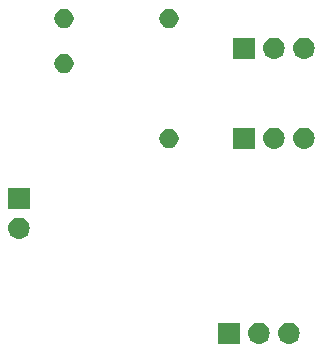
<source format=gbr>
G04 #@! TF.GenerationSoftware,KiCad,Pcbnew,(5.1.2)-2*
G04 #@! TF.CreationDate,2019-07-31T13:01:32-07:00*
G04 #@! TF.ProjectId,ER Valve Board,45522056-616c-4766-9520-426f6172642e,rev?*
G04 #@! TF.SameCoordinates,Original*
G04 #@! TF.FileFunction,Soldermask,Bot*
G04 #@! TF.FilePolarity,Negative*
%FSLAX46Y46*%
G04 Gerber Fmt 4.6, Leading zero omitted, Abs format (unit mm)*
G04 Created by KiCad (PCBNEW (5.1.2)-2) date 2019-07-31 13:01:32*
%MOMM*%
%LPD*%
G04 APERTURE LIST*
%ADD10C,0.100000*%
G04 APERTURE END LIST*
D10*
G36*
X132190443Y-113405519D02*
G01*
X132256627Y-113412037D01*
X132426466Y-113463557D01*
X132582991Y-113547222D01*
X132618729Y-113576552D01*
X132720186Y-113659814D01*
X132803448Y-113761271D01*
X132832778Y-113797009D01*
X132916443Y-113953534D01*
X132967963Y-114123373D01*
X132985359Y-114300000D01*
X132967963Y-114476627D01*
X132916443Y-114646466D01*
X132832778Y-114802991D01*
X132803448Y-114838729D01*
X132720186Y-114940186D01*
X132618729Y-115023448D01*
X132582991Y-115052778D01*
X132426466Y-115136443D01*
X132256627Y-115187963D01*
X132190442Y-115194482D01*
X132124260Y-115201000D01*
X132035740Y-115201000D01*
X131969558Y-115194482D01*
X131903373Y-115187963D01*
X131733534Y-115136443D01*
X131577009Y-115052778D01*
X131541271Y-115023448D01*
X131439814Y-114940186D01*
X131356552Y-114838729D01*
X131327222Y-114802991D01*
X131243557Y-114646466D01*
X131192037Y-114476627D01*
X131174641Y-114300000D01*
X131192037Y-114123373D01*
X131243557Y-113953534D01*
X131327222Y-113797009D01*
X131356552Y-113761271D01*
X131439814Y-113659814D01*
X131541271Y-113576552D01*
X131577009Y-113547222D01*
X131733534Y-113463557D01*
X131903373Y-113412037D01*
X131969557Y-113405519D01*
X132035740Y-113399000D01*
X132124260Y-113399000D01*
X132190443Y-113405519D01*
X132190443Y-113405519D01*
G37*
G36*
X130441000Y-115201000D02*
G01*
X128639000Y-115201000D01*
X128639000Y-113399000D01*
X130441000Y-113399000D01*
X130441000Y-115201000D01*
X130441000Y-115201000D01*
G37*
G36*
X134730443Y-113405519D02*
G01*
X134796627Y-113412037D01*
X134966466Y-113463557D01*
X135122991Y-113547222D01*
X135158729Y-113576552D01*
X135260186Y-113659814D01*
X135343448Y-113761271D01*
X135372778Y-113797009D01*
X135456443Y-113953534D01*
X135507963Y-114123373D01*
X135525359Y-114300000D01*
X135507963Y-114476627D01*
X135456443Y-114646466D01*
X135372778Y-114802991D01*
X135343448Y-114838729D01*
X135260186Y-114940186D01*
X135158729Y-115023448D01*
X135122991Y-115052778D01*
X134966466Y-115136443D01*
X134796627Y-115187963D01*
X134730442Y-115194482D01*
X134664260Y-115201000D01*
X134575740Y-115201000D01*
X134509558Y-115194482D01*
X134443373Y-115187963D01*
X134273534Y-115136443D01*
X134117009Y-115052778D01*
X134081271Y-115023448D01*
X133979814Y-114940186D01*
X133896552Y-114838729D01*
X133867222Y-114802991D01*
X133783557Y-114646466D01*
X133732037Y-114476627D01*
X133714641Y-114300000D01*
X133732037Y-114123373D01*
X133783557Y-113953534D01*
X133867222Y-113797009D01*
X133896552Y-113761271D01*
X133979814Y-113659814D01*
X134081271Y-113576552D01*
X134117009Y-113547222D01*
X134273534Y-113463557D01*
X134443373Y-113412037D01*
X134509557Y-113405519D01*
X134575740Y-113399000D01*
X134664260Y-113399000D01*
X134730443Y-113405519D01*
X134730443Y-113405519D01*
G37*
G36*
X111870443Y-104515519D02*
G01*
X111936627Y-104522037D01*
X112106466Y-104573557D01*
X112262991Y-104657222D01*
X112298729Y-104686552D01*
X112400186Y-104769814D01*
X112483448Y-104871271D01*
X112512778Y-104907009D01*
X112596443Y-105063534D01*
X112647963Y-105233373D01*
X112665359Y-105410000D01*
X112647963Y-105586627D01*
X112596443Y-105756466D01*
X112512778Y-105912991D01*
X112483448Y-105948729D01*
X112400186Y-106050186D01*
X112298729Y-106133448D01*
X112262991Y-106162778D01*
X112106466Y-106246443D01*
X111936627Y-106297963D01*
X111870442Y-106304482D01*
X111804260Y-106311000D01*
X111715740Y-106311000D01*
X111649558Y-106304482D01*
X111583373Y-106297963D01*
X111413534Y-106246443D01*
X111257009Y-106162778D01*
X111221271Y-106133448D01*
X111119814Y-106050186D01*
X111036552Y-105948729D01*
X111007222Y-105912991D01*
X110923557Y-105756466D01*
X110872037Y-105586627D01*
X110854641Y-105410000D01*
X110872037Y-105233373D01*
X110923557Y-105063534D01*
X111007222Y-104907009D01*
X111036552Y-104871271D01*
X111119814Y-104769814D01*
X111221271Y-104686552D01*
X111257009Y-104657222D01*
X111413534Y-104573557D01*
X111583373Y-104522037D01*
X111649557Y-104515519D01*
X111715740Y-104509000D01*
X111804260Y-104509000D01*
X111870443Y-104515519D01*
X111870443Y-104515519D01*
G37*
G36*
X112661000Y-103771000D02*
G01*
X110859000Y-103771000D01*
X110859000Y-101969000D01*
X112661000Y-101969000D01*
X112661000Y-103771000D01*
X112661000Y-103771000D01*
G37*
G36*
X136000442Y-96895518D02*
G01*
X136066627Y-96902037D01*
X136236466Y-96953557D01*
X136392991Y-97037222D01*
X136428729Y-97066552D01*
X136530186Y-97149814D01*
X136613448Y-97251271D01*
X136642778Y-97287009D01*
X136726443Y-97443534D01*
X136777963Y-97613373D01*
X136795359Y-97790000D01*
X136777963Y-97966627D01*
X136726443Y-98136466D01*
X136642778Y-98292991D01*
X136630251Y-98308255D01*
X136530186Y-98430186D01*
X136432357Y-98510471D01*
X136392991Y-98542778D01*
X136236466Y-98626443D01*
X136066627Y-98677963D01*
X136000442Y-98684482D01*
X135934260Y-98691000D01*
X135845740Y-98691000D01*
X135779558Y-98684482D01*
X135713373Y-98677963D01*
X135543534Y-98626443D01*
X135387009Y-98542778D01*
X135347643Y-98510471D01*
X135249814Y-98430186D01*
X135149749Y-98308255D01*
X135137222Y-98292991D01*
X135053557Y-98136466D01*
X135002037Y-97966627D01*
X134984641Y-97790000D01*
X135002037Y-97613373D01*
X135053557Y-97443534D01*
X135137222Y-97287009D01*
X135166552Y-97251271D01*
X135249814Y-97149814D01*
X135351271Y-97066552D01*
X135387009Y-97037222D01*
X135543534Y-96953557D01*
X135713373Y-96902037D01*
X135779558Y-96895518D01*
X135845740Y-96889000D01*
X135934260Y-96889000D01*
X136000442Y-96895518D01*
X136000442Y-96895518D01*
G37*
G36*
X133460442Y-96895518D02*
G01*
X133526627Y-96902037D01*
X133696466Y-96953557D01*
X133852991Y-97037222D01*
X133888729Y-97066552D01*
X133990186Y-97149814D01*
X134073448Y-97251271D01*
X134102778Y-97287009D01*
X134186443Y-97443534D01*
X134237963Y-97613373D01*
X134255359Y-97790000D01*
X134237963Y-97966627D01*
X134186443Y-98136466D01*
X134102778Y-98292991D01*
X134090251Y-98308255D01*
X133990186Y-98430186D01*
X133892357Y-98510471D01*
X133852991Y-98542778D01*
X133696466Y-98626443D01*
X133526627Y-98677963D01*
X133460442Y-98684482D01*
X133394260Y-98691000D01*
X133305740Y-98691000D01*
X133239558Y-98684482D01*
X133173373Y-98677963D01*
X133003534Y-98626443D01*
X132847009Y-98542778D01*
X132807643Y-98510471D01*
X132709814Y-98430186D01*
X132609749Y-98308255D01*
X132597222Y-98292991D01*
X132513557Y-98136466D01*
X132462037Y-97966627D01*
X132444641Y-97790000D01*
X132462037Y-97613373D01*
X132513557Y-97443534D01*
X132597222Y-97287009D01*
X132626552Y-97251271D01*
X132709814Y-97149814D01*
X132811271Y-97066552D01*
X132847009Y-97037222D01*
X133003534Y-96953557D01*
X133173373Y-96902037D01*
X133239558Y-96895518D01*
X133305740Y-96889000D01*
X133394260Y-96889000D01*
X133460442Y-96895518D01*
X133460442Y-96895518D01*
G37*
G36*
X131711000Y-98691000D02*
G01*
X129909000Y-98691000D01*
X129909000Y-96889000D01*
X131711000Y-96889000D01*
X131711000Y-98691000D01*
X131711000Y-98691000D01*
G37*
G36*
X124697142Y-97008242D02*
G01*
X124845101Y-97069529D01*
X124978255Y-97158499D01*
X125091501Y-97271745D01*
X125180471Y-97404899D01*
X125241758Y-97552858D01*
X125273000Y-97709925D01*
X125273000Y-97870075D01*
X125241758Y-98027142D01*
X125180471Y-98175101D01*
X125091501Y-98308255D01*
X124978255Y-98421501D01*
X124845101Y-98510471D01*
X124697142Y-98571758D01*
X124540075Y-98603000D01*
X124379925Y-98603000D01*
X124222858Y-98571758D01*
X124074899Y-98510471D01*
X123941745Y-98421501D01*
X123828499Y-98308255D01*
X123739529Y-98175101D01*
X123678242Y-98027142D01*
X123647000Y-97870075D01*
X123647000Y-97709925D01*
X123678242Y-97552858D01*
X123739529Y-97404899D01*
X123828499Y-97271745D01*
X123941745Y-97158499D01*
X124074899Y-97069529D01*
X124222858Y-97008242D01*
X124379925Y-96977000D01*
X124540075Y-96977000D01*
X124697142Y-97008242D01*
X124697142Y-97008242D01*
G37*
G36*
X115807142Y-90658242D02*
G01*
X115955101Y-90719529D01*
X116088255Y-90808499D01*
X116201501Y-90921745D01*
X116290471Y-91054899D01*
X116351758Y-91202858D01*
X116383000Y-91359925D01*
X116383000Y-91520075D01*
X116351758Y-91677142D01*
X116290471Y-91825101D01*
X116201501Y-91958255D01*
X116088255Y-92071501D01*
X115955101Y-92160471D01*
X115807142Y-92221758D01*
X115650075Y-92253000D01*
X115489925Y-92253000D01*
X115332858Y-92221758D01*
X115184899Y-92160471D01*
X115051745Y-92071501D01*
X114938499Y-91958255D01*
X114849529Y-91825101D01*
X114788242Y-91677142D01*
X114757000Y-91520075D01*
X114757000Y-91359925D01*
X114788242Y-91202858D01*
X114849529Y-91054899D01*
X114938499Y-90921745D01*
X115051745Y-90808499D01*
X115184899Y-90719529D01*
X115332858Y-90658242D01*
X115489925Y-90627000D01*
X115650075Y-90627000D01*
X115807142Y-90658242D01*
X115807142Y-90658242D01*
G37*
G36*
X131711000Y-91071000D02*
G01*
X129909000Y-91071000D01*
X129909000Y-89269000D01*
X131711000Y-89269000D01*
X131711000Y-91071000D01*
X131711000Y-91071000D01*
G37*
G36*
X133460443Y-89275519D02*
G01*
X133526627Y-89282037D01*
X133696466Y-89333557D01*
X133852991Y-89417222D01*
X133888729Y-89446552D01*
X133990186Y-89529814D01*
X134073448Y-89631271D01*
X134102778Y-89667009D01*
X134186443Y-89823534D01*
X134237963Y-89993373D01*
X134255359Y-90170000D01*
X134237963Y-90346627D01*
X134186443Y-90516466D01*
X134102778Y-90672991D01*
X134073448Y-90708729D01*
X133990186Y-90810186D01*
X133888729Y-90893448D01*
X133852991Y-90922778D01*
X133696466Y-91006443D01*
X133526627Y-91057963D01*
X133460442Y-91064482D01*
X133394260Y-91071000D01*
X133305740Y-91071000D01*
X133239558Y-91064482D01*
X133173373Y-91057963D01*
X133003534Y-91006443D01*
X132847009Y-90922778D01*
X132811271Y-90893448D01*
X132709814Y-90810186D01*
X132626552Y-90708729D01*
X132597222Y-90672991D01*
X132513557Y-90516466D01*
X132462037Y-90346627D01*
X132444641Y-90170000D01*
X132462037Y-89993373D01*
X132513557Y-89823534D01*
X132597222Y-89667009D01*
X132626552Y-89631271D01*
X132709814Y-89529814D01*
X132811271Y-89446552D01*
X132847009Y-89417222D01*
X133003534Y-89333557D01*
X133173373Y-89282037D01*
X133239557Y-89275519D01*
X133305740Y-89269000D01*
X133394260Y-89269000D01*
X133460443Y-89275519D01*
X133460443Y-89275519D01*
G37*
G36*
X136000443Y-89275519D02*
G01*
X136066627Y-89282037D01*
X136236466Y-89333557D01*
X136392991Y-89417222D01*
X136428729Y-89446552D01*
X136530186Y-89529814D01*
X136613448Y-89631271D01*
X136642778Y-89667009D01*
X136726443Y-89823534D01*
X136777963Y-89993373D01*
X136795359Y-90170000D01*
X136777963Y-90346627D01*
X136726443Y-90516466D01*
X136642778Y-90672991D01*
X136613448Y-90708729D01*
X136530186Y-90810186D01*
X136428729Y-90893448D01*
X136392991Y-90922778D01*
X136236466Y-91006443D01*
X136066627Y-91057963D01*
X136000442Y-91064482D01*
X135934260Y-91071000D01*
X135845740Y-91071000D01*
X135779558Y-91064482D01*
X135713373Y-91057963D01*
X135543534Y-91006443D01*
X135387009Y-90922778D01*
X135351271Y-90893448D01*
X135249814Y-90810186D01*
X135166552Y-90708729D01*
X135137222Y-90672991D01*
X135053557Y-90516466D01*
X135002037Y-90346627D01*
X134984641Y-90170000D01*
X135002037Y-89993373D01*
X135053557Y-89823534D01*
X135137222Y-89667009D01*
X135166552Y-89631271D01*
X135249814Y-89529814D01*
X135351271Y-89446552D01*
X135387009Y-89417222D01*
X135543534Y-89333557D01*
X135713373Y-89282037D01*
X135779557Y-89275519D01*
X135845740Y-89269000D01*
X135934260Y-89269000D01*
X136000443Y-89275519D01*
X136000443Y-89275519D01*
G37*
G36*
X124697142Y-86848242D02*
G01*
X124845101Y-86909529D01*
X124978255Y-86998499D01*
X125091501Y-87111745D01*
X125180471Y-87244899D01*
X125241758Y-87392858D01*
X125273000Y-87549925D01*
X125273000Y-87710075D01*
X125241758Y-87867142D01*
X125180471Y-88015101D01*
X125091501Y-88148255D01*
X124978255Y-88261501D01*
X124845101Y-88350471D01*
X124697142Y-88411758D01*
X124540075Y-88443000D01*
X124379925Y-88443000D01*
X124222858Y-88411758D01*
X124074899Y-88350471D01*
X123941745Y-88261501D01*
X123828499Y-88148255D01*
X123739529Y-88015101D01*
X123678242Y-87867142D01*
X123647000Y-87710075D01*
X123647000Y-87549925D01*
X123678242Y-87392858D01*
X123739529Y-87244899D01*
X123828499Y-87111745D01*
X123941745Y-86998499D01*
X124074899Y-86909529D01*
X124222858Y-86848242D01*
X124379925Y-86817000D01*
X124540075Y-86817000D01*
X124697142Y-86848242D01*
X124697142Y-86848242D01*
G37*
G36*
X115807142Y-86848242D02*
G01*
X115955101Y-86909529D01*
X116088255Y-86998499D01*
X116201501Y-87111745D01*
X116290471Y-87244899D01*
X116351758Y-87392858D01*
X116383000Y-87549925D01*
X116383000Y-87710075D01*
X116351758Y-87867142D01*
X116290471Y-88015101D01*
X116201501Y-88148255D01*
X116088255Y-88261501D01*
X115955101Y-88350471D01*
X115807142Y-88411758D01*
X115650075Y-88443000D01*
X115489925Y-88443000D01*
X115332858Y-88411758D01*
X115184899Y-88350471D01*
X115051745Y-88261501D01*
X114938499Y-88148255D01*
X114849529Y-88015101D01*
X114788242Y-87867142D01*
X114757000Y-87710075D01*
X114757000Y-87549925D01*
X114788242Y-87392858D01*
X114849529Y-87244899D01*
X114938499Y-87111745D01*
X115051745Y-86998499D01*
X115184899Y-86909529D01*
X115332858Y-86848242D01*
X115489925Y-86817000D01*
X115650075Y-86817000D01*
X115807142Y-86848242D01*
X115807142Y-86848242D01*
G37*
M02*

</source>
